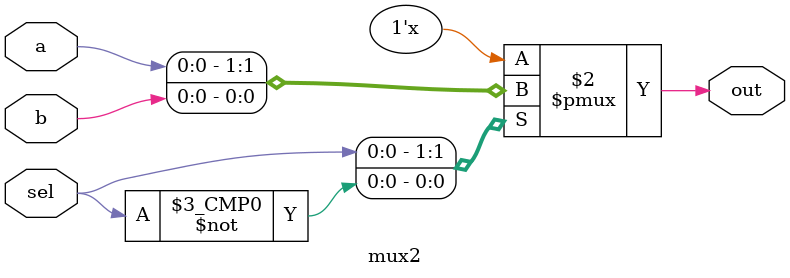
<source format=v>

module mux2(out, a, b, sel);
output out;
input a, b, sel;
reg out;

/* changes on a, b, and sel trigger the 
always block to execute */
always @(a or b or sel)
begin
	/* check the value of the sel input. 
	If sel is true, set out to a, otherwise
	set out to b. */
	case (sel)
		1'b1: out = a;
		1'b0: out = b;
		default: out = 'bx;
	endcase
end

endmodule

</source>
